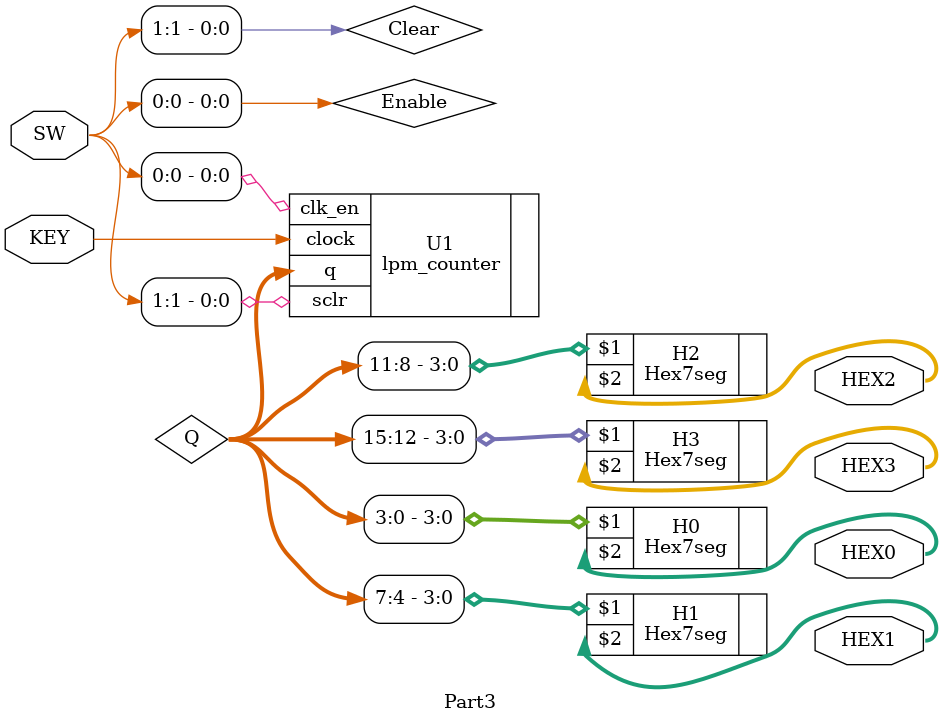
<source format=v>

module Part3( KEY, SW, HEX3, HEX2, HEX1, HEX0 );
  input  [0:0]KEY;  
  input  [1:0]SW;  
  output [0:6]HEX0, HEX1, HEX2, HEX3;  // 7-segment displays
  
  parameter lpm_width = 16; // counter width
  wire [15:0]Q;
  wire Enable, Clear;
  assign Enable = SW[0];
  assign Clear = SW[1];
  
  // use 16-bit lpm_counter
  lpm_counter #(.LPM_WIDTH(lpm_width)) U1( .clock(KEY[0]), .clk_en(Enable), .sclr(Clear), .q(Q) );
  
  // wire up the 7-seg displays
  Hex7seg H3( Q[15:12], HEX3 );
  Hex7seg H2( Q[11:8],  HEX2 );
  Hex7seg H1( Q[7:4],   HEX1 );
  Hex7seg H0( Q[3:0],   HEX0 );

endmodule

</source>
